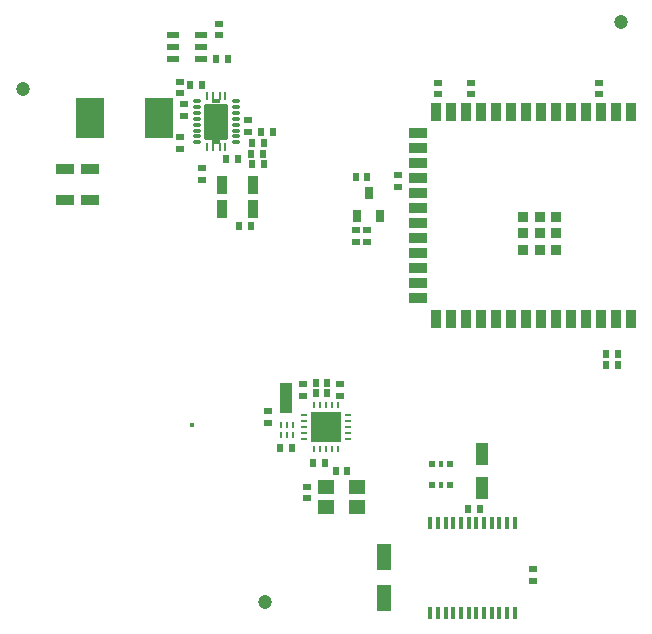
<source format=gbr>
%TF.GenerationSoftware,KiCad,Pcbnew,9.0.6*%
%TF.CreationDate,2025-12-03T15:23:28+01:00*%
%TF.ProjectId,Spinmodule,5370696e-6d6f-4647-956c-652e6b696361,rev?*%
%TF.SameCoordinates,Original*%
%TF.FileFunction,Paste,Bot*%
%TF.FilePolarity,Positive*%
%FSLAX46Y46*%
G04 Gerber Fmt 4.6, Leading zero omitted, Abs format (unit mm)*
G04 Created by KiCad (PCBNEW 9.0.6) date 2025-12-03 15:23:28*
%MOMM*%
%LPD*%
G01*
G04 APERTURE LIST*
G04 Aperture macros list*
%AMRoundRect*
0 Rectangle with rounded corners*
0 $1 Rounding radius*
0 $2 $3 $4 $5 $6 $7 $8 $9 X,Y pos of 4 corners*
0 Add a 4 corners polygon primitive as box body*
4,1,4,$2,$3,$4,$5,$6,$7,$8,$9,$2,$3,0*
0 Add four circle primitives for the rounded corners*
1,1,$1+$1,$2,$3*
1,1,$1+$1,$4,$5*
1,1,$1+$1,$6,$7*
1,1,$1+$1,$8,$9*
0 Add four rect primitives between the rounded corners*
20,1,$1+$1,$2,$3,$4,$5,0*
20,1,$1+$1,$4,$5,$6,$7,0*
20,1,$1+$1,$6,$7,$8,$9,0*
20,1,$1+$1,$8,$9,$2,$3,0*%
G04 Aperture macros list end*
%ADD10R,2.600000X2.600000*%
%ADD11R,0.250000X0.580000*%
%ADD12R,0.580000X0.250000*%
%ADD13R,0.600000X0.700000*%
%ADD14R,0.700000X0.600000*%
%ADD15R,1.000000X2.500000*%
%ADD16R,0.750000X0.400000*%
%ADD17RoundRect,0.102500X-0.922500X-1.422500X0.922500X-1.422500X0.922500X1.422500X-0.922500X1.422500X0*%
%ADD18RoundRect,0.072500X-0.227500X0.072500X-0.227500X-0.072500X0.227500X-0.072500X0.227500X0.072500X0*%
%ADD19RoundRect,0.060000X-0.060000X-0.240000X0.060000X-0.240000X0.060000X0.240000X-0.060000X0.240000X0*%
%ADD20RoundRect,0.050000X-0.050000X-0.250000X0.050000X-0.250000X0.050000X0.250000X-0.050000X0.250000X0*%
%ADD21R,0.390000X1.000000*%
%ADD22R,1.000000X0.600000*%
%ADD23R,0.700000X1.000000*%
%ADD24R,2.413000X3.429000*%
%ADD25C,1.200000*%
%ADD26R,0.400000X0.400000*%
%ADD27R,1.200000X2.300000*%
%ADD28R,1.000000X1.950000*%
%ADD29R,1.600000X0.900000*%
%ADD30R,0.900000X1.600000*%
%ADD31R,0.500000X0.600000*%
%ADD32R,0.400000X0.600000*%
%ADD33R,0.900000X1.500000*%
%ADD34R,1.500000X0.900000*%
%ADD35R,0.900000X0.900000*%
%ADD36R,0.250000X0.550000*%
%ADD37R,1.400000X1.200000*%
G04 APERTURE END LIST*
D10*
%TO.C,U13*%
X145397960Y-112877590D03*
D11*
X146397960Y-111017600D03*
X145897930Y-111017600D03*
X145397960Y-111017600D03*
X144897930Y-111017600D03*
X144397960Y-111017600D03*
D12*
X143537970Y-111877600D03*
X143537970Y-112377620D03*
X143537970Y-112877590D03*
X143537970Y-113377620D03*
X143537970Y-113877590D03*
D11*
X144397960Y-114737580D03*
X144897930Y-114737580D03*
X145397960Y-114737580D03*
X145897930Y-114737580D03*
X146397960Y-114737580D03*
D12*
X147257950Y-113877590D03*
X147257950Y-113377620D03*
X147257950Y-112877590D03*
X147257950Y-112377620D03*
X147257950Y-111877600D03*
%TD*%
D13*
%TO.C,R8*%
X140059260Y-89729370D03*
X139059260Y-89729370D03*
%TD*%
D14*
%TO.C,C29*%
X147959260Y-96209370D03*
X147959260Y-97209370D03*
%TD*%
D15*
%TO.C,P4*%
X142009260Y-110364360D03*
%TD*%
D16*
%TO.C,U10*%
X136092950Y-88723600D03*
X136092950Y-85283600D03*
D17*
X136092950Y-87003600D03*
D18*
X134442950Y-88753600D03*
X134442950Y-88253600D03*
X134442950Y-87753600D03*
X134442950Y-87253600D03*
X134442950Y-86753600D03*
X134442950Y-86253600D03*
X134442950Y-85753600D03*
X134442950Y-85253600D03*
D19*
X135342950Y-84853600D03*
D20*
X135817950Y-84853600D03*
X136367950Y-84853600D03*
D19*
X136842950Y-84853600D03*
D18*
X137742950Y-85253600D03*
X137742950Y-85753600D03*
X137742950Y-86253600D03*
X137742950Y-86753600D03*
X137742950Y-87253600D03*
X137742950Y-87753600D03*
X137742950Y-88253600D03*
X137742950Y-88753600D03*
D19*
X136842950Y-89153600D03*
D20*
X136367950Y-89153600D03*
X135817950Y-89153600D03*
D19*
X135342950Y-89153600D03*
%TD*%
D21*
%TO.C,U9*%
X160717950Y-128603600D03*
X160067950Y-128603600D03*
X159417950Y-128603600D03*
X158767950Y-128603600D03*
X158117950Y-128603600D03*
X157467950Y-128603600D03*
X156817950Y-128603600D03*
X156167950Y-128603600D03*
X155517950Y-128603600D03*
X154867950Y-128603600D03*
X154217950Y-128603600D03*
X154217950Y-121003600D03*
X154867950Y-121003600D03*
X155517950Y-121003600D03*
X156167950Y-121003600D03*
X156817950Y-121003600D03*
X157467950Y-121003600D03*
X158117950Y-121003600D03*
X158767950Y-121003600D03*
X159417950Y-121003600D03*
X160067950Y-121003600D03*
X160717950Y-121003600D03*
X161367950Y-121003600D03*
X161367950Y-128603600D03*
%TD*%
D22*
%TO.C,U4*%
X132392950Y-81703600D03*
X132392950Y-80703600D03*
X132392950Y-79703600D03*
X134792950Y-79703600D03*
X134792950Y-81703600D03*
X134792950Y-80703600D03*
%TD*%
D14*
%TO.C,R30*%
X143392950Y-110203600D03*
X143392950Y-109203600D03*
%TD*%
%TO.C,R28*%
X157692950Y-83703600D03*
X157692950Y-84703600D03*
%TD*%
%TO.C,R27*%
X148892950Y-96203600D03*
X148892950Y-97203600D03*
%TD*%
D13*
%TO.C,R25*%
X145292950Y-115903600D03*
X144292950Y-115903600D03*
%TD*%
%TO.C,R24*%
X148892950Y-91703600D03*
X147892950Y-91703600D03*
%TD*%
D14*
%TO.C,R16*%
X168492950Y-84703600D03*
X168492950Y-83703600D03*
%TD*%
%TO.C,R15*%
X154892950Y-83703600D03*
X154892950Y-84703600D03*
%TD*%
D13*
%TO.C,R14*%
X170092950Y-107603600D03*
X169092950Y-107603600D03*
%TD*%
D14*
%TO.C,R11*%
X132992950Y-89303600D03*
X132992950Y-88303600D03*
%TD*%
D13*
%TO.C,R6*%
X140892950Y-87903600D03*
X139892950Y-87903600D03*
%TD*%
%TO.C,R4*%
X136092950Y-81703600D03*
X137092950Y-81703600D03*
%TD*%
D14*
%TO.C,R3*%
X138792950Y-87903600D03*
X138792950Y-86903600D03*
%TD*%
D23*
%TO.C,Q2*%
X148992950Y-93003600D03*
X148042950Y-95003600D03*
X149942950Y-95003600D03*
%TD*%
D24*
%TO.C,L1*%
X125371950Y-86703600D03*
X131213950Y-86703600D03*
%TD*%
D25*
%TO.C,FD6*%
X170392950Y-78603600D03*
%TD*%
%TO.C,FD4*%
X140192950Y-127703600D03*
%TD*%
%TO.C,FD3*%
X119692950Y-84203600D03*
%TD*%
D26*
%TO.C,E1*%
X134059260Y-112689380D03*
%TD*%
D13*
%TO.C,C39*%
X142492950Y-114603600D03*
X141492950Y-114603600D03*
%TD*%
D14*
%TO.C,C38*%
X140492950Y-112503600D03*
X140492950Y-111503600D03*
%TD*%
%TO.C,C36*%
X146592950Y-110203600D03*
X146592950Y-109203600D03*
%TD*%
D13*
%TO.C,C35*%
X145492970Y-110003620D03*
X144492970Y-110003620D03*
%TD*%
%TO.C,C34*%
X145492950Y-109103600D03*
X144492950Y-109103600D03*
%TD*%
%TO.C,C30*%
X147192950Y-116603600D03*
X146192950Y-116603600D03*
%TD*%
D27*
%TO.C,C21*%
X150292950Y-123903600D03*
X150292950Y-127303600D03*
%TD*%
D14*
%TO.C,C20*%
X162892950Y-124903600D03*
X162892950Y-125903600D03*
%TD*%
D28*
%TO.C,C19*%
X158592950Y-118003600D03*
X158592950Y-115103600D03*
%TD*%
D13*
%TO.C,C15*%
X140092950Y-88803600D03*
X139092950Y-88803600D03*
%TD*%
%TO.C,C14*%
X158392950Y-119803600D03*
X157392950Y-119803600D03*
%TD*%
%TO.C,C11*%
X138992950Y-95803600D03*
X137992950Y-95803600D03*
%TD*%
D14*
%TO.C,C10*%
X134892950Y-91903600D03*
X134892950Y-90903600D03*
%TD*%
%TO.C,C9*%
X136292950Y-79703600D03*
X136292950Y-78703600D03*
%TD*%
D29*
%TO.C,C8*%
X125392950Y-91003600D03*
X125392950Y-93603600D03*
%TD*%
%TO.C,C7*%
X123292950Y-91003600D03*
X123292950Y-93603600D03*
%TD*%
D30*
%TO.C,C6*%
X139192950Y-94403600D03*
X136592950Y-94403600D03*
%TD*%
%TO.C,C5*%
X139192950Y-92403600D03*
X136592950Y-92403600D03*
%TD*%
D13*
%TO.C,C13*%
X170092960Y-106703620D03*
X169092960Y-106703620D03*
%TD*%
%TO.C,R9*%
X136892950Y-90203600D03*
X137892950Y-90203600D03*
%TD*%
D31*
%TO.C,U16*%
X154342920Y-116003620D03*
D32*
X155092940Y-116003620D03*
D31*
X155842950Y-116003620D03*
X155842950Y-117803620D03*
D32*
X155092940Y-117803620D03*
D31*
X154342920Y-117803620D03*
%TD*%
D14*
%TO.C,C1*%
X133392950Y-86503600D03*
X133392950Y-85503600D03*
%TD*%
D13*
%TO.C,C50*%
X133892950Y-83903600D03*
X134892950Y-83903600D03*
%TD*%
D14*
%TO.C,R32*%
X151492990Y-91503600D03*
X151492990Y-92503590D03*
%TD*%
%TO.C,C51*%
X132992950Y-84603600D03*
X132992950Y-83603600D03*
%TD*%
%TO.C,C22*%
X143792950Y-117903590D03*
X143792950Y-118903590D03*
%TD*%
D33*
%TO.C,U12*%
X171192930Y-103703620D03*
X169922930Y-103703620D03*
X168652930Y-103703620D03*
X167382930Y-103703620D03*
X166112930Y-103703620D03*
X164842930Y-103703620D03*
X163572930Y-103703620D03*
X162302930Y-103703620D03*
X161032930Y-103703620D03*
X159762930Y-103703620D03*
X158492930Y-103703620D03*
X157222930Y-103703620D03*
X155952930Y-103703620D03*
X154682930Y-103703620D03*
D34*
X153132970Y-101938580D03*
X153132970Y-100668580D03*
X153132970Y-99398580D03*
X153132970Y-98128580D03*
X153132970Y-96858580D03*
X153132970Y-95588580D03*
X153132970Y-94318580D03*
X153132970Y-93048580D03*
X153132970Y-91778580D03*
X153132970Y-90508580D03*
X153132970Y-89238580D03*
X153132970Y-87968580D03*
D33*
X154682930Y-86203580D03*
X155952930Y-86203580D03*
X157222930Y-86203580D03*
X158492930Y-86203580D03*
X159762930Y-86203580D03*
X161032930Y-86203580D03*
X162302930Y-86203580D03*
X163572930Y-86203580D03*
X164842930Y-86203580D03*
X166112930Y-86203580D03*
X167382930Y-86203580D03*
X168652930Y-86203580D03*
X169922930Y-86203580D03*
X171192930Y-86203580D03*
D35*
X162072960Y-97853600D03*
X163472950Y-97853600D03*
X164872950Y-97853600D03*
X162072960Y-96453600D03*
X163472950Y-96453600D03*
X164872950Y-96453600D03*
X162072960Y-95053600D03*
X163472950Y-95053600D03*
X164872950Y-95053600D03*
%TD*%
D36*
%TO.C,U14*%
X141592940Y-112689380D03*
X142092960Y-112689380D03*
X142592930Y-112689380D03*
X142592930Y-113539370D03*
X142092960Y-113539370D03*
X141592940Y-113539370D03*
%TD*%
D13*
%TO.C,C16*%
X140092940Y-90603600D03*
X139092940Y-90603600D03*
%TD*%
D37*
%TO.C,X1*%
X145392930Y-119653600D03*
X147992970Y-119653600D03*
X147992970Y-117953580D03*
X145392930Y-117953580D03*
%TD*%
M02*

</source>
